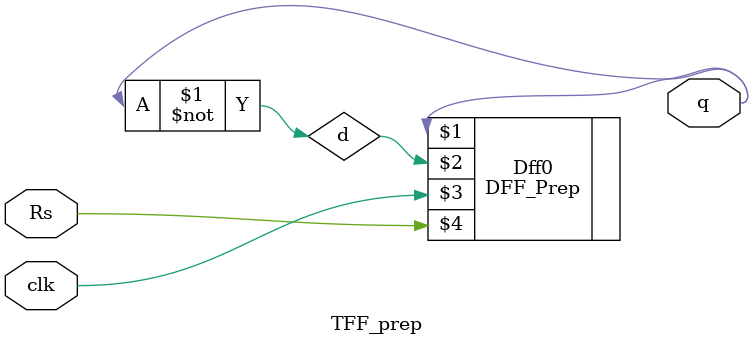
<source format=v>
`timescale 1ns / 1ps


module TFF_prep(q, clk, Rs );
input clk, Rs;
wire d;
output q;
DFF_Prep    Dff0(q , d, clk, Rs );
    not n1(d,q);

endmodule

</source>
